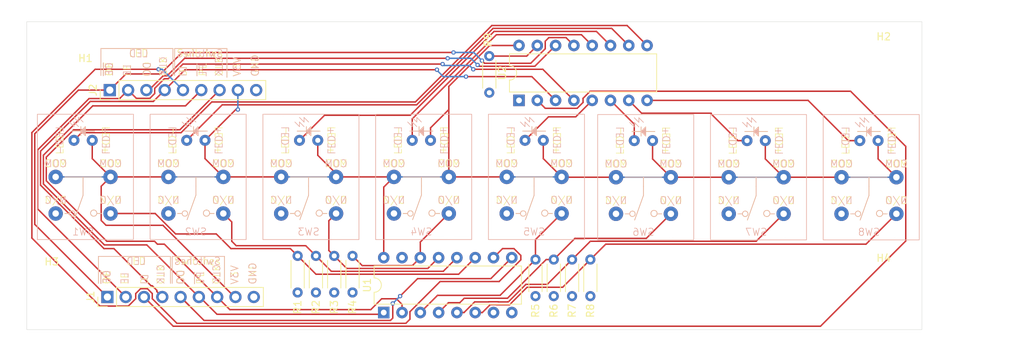
<source format=kicad_pcb>
(kicad_pcb (version 20240108) (generator "pcbnew") (generator_version "8.0")
  (layers (0 "F.Cu" signal) (31 "B.Cu" signal) (34 "B.Paste" user) (35 "F.Paste" user) (36 "B.SilkS" user "B.Silkscreen") (37 "F.SilkS" user "F.Silkscreen") (38 "B.Mask" user) (39 "F.Mask" user) (44 "Edge.Cuts" user))
  (net 0 "")
  (net 1 "/~{PL_{SW}}")
  (net 2 "/~{OE_{LED}}")
  (net 3 "/DO_{SW}")
  (net 4 "/CLK_{LED}")
  (net 5 "/LE_{LED}")
  (net 6 "VCC")
  (net 7 "/DI_{LED}")
  (net 8 "/CLK_{SW}")
  (net 9 "/DO_{LED}")
  (net 10 "/DI_{SW}")
  (net 11 "GND")
  (net 12 "/SW_{1}")
  (net 13 "/SW_{2}")
  (net 14 "/SW_{3}")
  (net 15 "/SW_{4}")
  (net 16 "/SW_{5}")
  (net 17 "/SW_{6}")
  (net 18 "/SW_{7}")
  (net 19 "/SW_{8}")
  (net 20 "Net-(U2-R-EXT)")
  (net 22 "/LED_{1}")
  (net 23 "/LED_{2}")
  (net 26 "/LED_{3}")
  (net 27 "/LED_{4}")
  (net 29 "/LED_{5}")
  (net 31 "/LED_{6}")
  (net 33 "/LED_{7}")
  (net 34 "/LED_{8}")
  (footprint "Package_DIP:DIP-16_W7.62mm" (layer "F.Cu") (at 100.345 86.604 90)
    (property "Reference" "U1")
    (property "Value" "74HC165")
  )
  (footprint "MountingHole:MountingHole_3.2mm_M3" (layer "F.Cu") (at 169.75 83.25)
    (property "Reference" "H4")
    (property "Value" "MountingHole")
  )
  (footprint "Resistor_THT:R_Axial_DIN0204_L3.6mm_D1.6mm_P5.08mm_Horizontal" (layer "F.Cu") (at 93.472 78.74 -90)
    (property "Reference" "R3")
    (property "Value" "47R")
  )
  (footprint "MountingHole:MountingHole_3.2mm_M3" (layer "F.Cu") (at 54.25 83.75)
    (property "Reference" "H3")
    (property "Value" "MountingHole")
  )
  (footprint "Package_DIP:DIP-16_W7.62mm" (layer "F.Cu") (at 119.126 57.15 90)
    (property "Reference" "U2")
    (property "Value" "TLC5916")
  )
  (footprint "Resistor_THT:R_Axial_DIN0204_L3.6mm_D1.6mm_P5.08mm_Horizontal" (layer "F.Cu") (at 88.392 78.74 -90)
    (property "Reference" "R1")
    (property "Value" "47R")
  )
  (footprint "Resistor_THT:R_Axial_DIN0204_L3.6mm_D1.6mm_P5.08mm_Horizontal" (layer "F.Cu") (at 90.932 78.74 -90)
    (property "Reference" "R2")
    (property "Value" "47R")
  )
  (footprint "Connector_PinHeader_2.54mm:PinHeader_1x09_P2.54mm_Vertical" (layer "F.Cu") (at 61.982 84.446 90)
    (property "Reference" "J1")
    (property "Value" "Input")
  )
  (footprint "Resistor_THT:R_Axial_DIN0204_L3.6mm_D1.6mm_P5.08mm_Horizontal" (layer "F.Cu") (at 121.412 79.248 -90)
    (property "Reference" "R5")
    (property "Value" "47R")
  )
  (footprint "MountingHole:MountingHole_3.2mm_M3" (layer "F.Cu") (at 54.25 51)
    (property "Reference" "H1")
    (property "Value" "MountingHole")
  )
  (footprint "Resistor_THT:R_Axial_DIN0204_L3.6mm_D1.6mm_P5.08mm_Horizontal" (layer "F.Cu") (at 126.492 79.248 -90)
    (property "Reference" "R7")
    (property "Value" "47R")
  )
  (footprint "Connector_PinHeader_2.54mm:PinHeader_1x09_P2.54mm_Vertical" (layer "F.Cu") (at 62.316 55.72 90)
    (property "Reference" "J2")
    (property "Value" "Output")
  )
  (footprint "MountingHole:MountingHole_3.2mm_M3" (layer "F.Cu") (at 169.75 52.5)
    (property "Reference" "H2")
    (property "Value" "MountingHole")
  )
  (footprint "Resistor_THT:R_Axial_DIN0204_L3.6mm_D1.6mm_P5.08mm_Horizontal" (layer "F.Cu") (at 129.032 79.248 -90)
    (property "Reference" "R8")
    (property "Value" "47R")
  )
  (footprint "Resistor_THT:R_Axial_DIN0204_L3.6mm_D1.6mm_P5.08mm_Horizontal" (layer "F.Cu") (at 96.012 78.74 -90)
    (property "Reference" "R4")
    (property "Value" "47R")
  )
  (footprint "Resistor_THT:R_Axial_DIN0204_L3.6mm_D1.6mm_P5.08mm_Horizontal" (layer "F.Cu") (at 115 51 -90)
    (property "Reference" "R9")
    (property "Value" "400R")
  )
  (footprint "Resistor_THT:R_Axial_DIN0204_L3.6mm_D1.6mm_P5.08mm_Horizontal" (layer "F.Cu") (at 123.952 79.248 -90)
    (property "Reference" "R6")
    (property "Value" "47R")
  )
  (footprint "Local:PB86" (layer "B.Cu") (at 74.263 67.775 180)
    (property "Reference" "SW2")
    (property "Value" "~")
  )
  (footprint "Local:PB86" (layer "B.Cu") (at 136.398 67.818 180)
    (property "Reference" "SW6")
    (property "Value" "~")
  )
  (footprint "Local:PB86" (layer "B.Cu") (at 105.573 67.775 180)
    (property "Reference" "SW4")
    (property "Value" "~")
  )
  (footprint "Local:PB86" (layer "B.Cu") (at 89.918 67.775 180)
    (property "Reference" "SW3")
    (property "Value" "~")
  )
  (footprint "Local:PB86" (layer "B.Cu") (at 58.608 67.775 180)
    (property "Reference" "SW1")
    (property "Value" "~")
  )
  (footprint "Local:PB86" (layer "B.Cu") (at 152.053 67.818 180)
    (property "Reference" "SW7")
    (property "Value" "~")
  )
  (footprint "Local:PB86" (layer "B.Cu") (at 121.228 67.775 180)
    (property "Reference" "SW5")
    (property "Value" "~")
  )
  (footprint "Local:PB86" (layer "B.Cu") (at 167.708 67.818 180)
    (property "Reference" "SW8")
    (property "Value" "~")
  )
  (gr_line (start 71.322 53.701047) (end 71.322 49.951047) (stroke (width 0.1)) (layer "B.SilkS"))
  (gr_line (start 71.072 49.951047) (end 71.072 53.701047) (stroke (width 0.1)) (layer "B.SilkS"))
  (gr_line (start 70.732 78.804) (end 70.732 82.554) (stroke (width 0.1)) (layer "B.SilkS"))
  (gr_line (start 60.732 82.554) (end 60.732 78.804) (stroke (width 0.1)) (layer "B.SilkS"))
  (gr_line (start 71.322 49.951047) (end 78.572 49.951047) (stroke (width 0.1)) (layer "B.SilkS"))
  (gr_line (start 78.572 49.951047) (end 78.572 53.951047) (stroke (width 0.1)) (layer "B.SilkS"))
  (gr_line (start 78.232 78.804) (end 78.232 82.804) (stroke (width 0.1)) (layer "B.SilkS"))
  (gr_line (start 70.982 82.554) (end 70.982 78.804) (stroke (width 0.1)) (layer "B.SilkS"))
  (gr_line (start 70.982 78.804) (end 78.232 78.804) (stroke (width 0.1)) (layer "B.SilkS"))
  (gr_line (start 61.072 53.701047) (end 61.072 49.951047) (stroke (width 0.1)) (layer "B.SilkS"))
  (gr_line (start 60.732 78.804) (end 70.732 78.804) (stroke (width 0.1)) (layer "B.SilkS"))
  (gr_line (start 61.072 49.951047) (end 71.072 49.951047) (stroke (width 0.1)) (layer "B.SilkS"))
  (gr_line (start 70.982 82.554) (end 70.982 78.804) (stroke (width 0.1)) (layer "F.SilkS"))
  (gr_line (start 78.232 78.804) (end 78.232 82.804) (stroke (width 0.1)) (layer "F.SilkS"))
  (gr_line (start 71.322 49.951047) (end 78.572 49.951047) (stroke (width 0.1)) (layer "F.SilkS"))
  (gr_line (start 71.072 49.951047) (end 71.072 53.701047) (stroke (width 0.1)) (layer "F.SilkS"))
  (gr_line (start 70.732 78.804) (end 70.732 82.554) (stroke (width 0.1)) (layer "F.SilkS"))
  (gr_line (start 60.732 82.554) (end 60.732 78.804) (stroke (width 0.1)) (layer "F.SilkS"))
  (gr_line (start 70.982 78.804) (end 78.232 78.804) (stroke (width 0.1)) (layer "F.SilkS"))
  (gr_line (start 61.072 49.951047) (end 71.072 49.951047) (stroke (width 0.1)) (layer "F.SilkS"))
  (gr_line (start 60.732 78.804) (end 70.732 78.804) (stroke (width 0.1)) (layer "F.SilkS"))
  (gr_line (start 78.572 49.951047) (end 78.572 53.951047) (stroke (width 0.1)) (layer "F.SilkS"))
  (gr_line (start 61.072 53.701047) (end 61.072 49.951047) (stroke (width 0.1)) (layer "F.SilkS"))
  (gr_line (start 71.322 53.701047) (end 71.322 49.951047) (stroke (width 0.1)) (layer "F.SilkS"))
  (gr_rect (start 50.78 46.228) (end 175.067 88.972) (stroke (width 0.05)) (fill none) (layer "Edge.Cuts"))
  (gr_text "DI" (at 67.732 81.970667 90) (layer "B.SilkS") (effects (font (size 1 1) (thickness 0.1)) (justify bottom mirror)))
  (gr_text "GND" (at 82.732 81.184953 90) (layer "B.SilkS") (effects (font (size 1 1) (thickness 0.1)) (justify bottom mirror)))
  (gr_text "V3V" (at 80.572 52.522476 90) (layer "B.SilkS") (effects (font (size 1 1) (thickness 0.1)) (justify bottom mirror)))
  (gr_text "CLK" (at 78.072 52.451047 90) (layer "B.SilkS") (effects (font (size 1 1) (thickness 0.1)) (justify bottom mirror)))
  (gr_text "~{PL}" (at 75.482 81.804 90) (layer "B.SilkS") (effects (font (size 1 1) (thickness 0.1)) (justify bottom mirror)))
  (gr_text "GND" (at 83.072 52.332 90) (layer "B.SilkS") (effects (font (size 1 1) (thickness 0.1)) (justify bottom mirror)))
  (gr_text "~{PL}" (at 75.822 52.951047 90) (layer "B.SilkS") (effects (font (size 1 1) (thickness 0.1)) (justify bottom mirror)))
  (gr_text "LE" (at 65.322 52.998666 90) (layer "B.SilkS") (effects (font (size 1 1) (thickness 0.1)) (justify bottom mirror)))
  (gr_text "~{OE}\n" (at 62.822 52.842119 90) (layer "B.SilkS") (effects (font (size 1 1) (thickness 0.125)) (justify bottom mirror)))
  (gr_text "LED" (at 65.982 80.054 0) (layer "B.SilkS") (effects (font (size 1 1) (thickness 0.1)) (justify bottom mirror)))
  (gr_text "CLK" (at 69.982 81.304 90) (layer "B.SilkS") (effects (font (size 1 1) (thickness 0.1)) (justify bottom mirror)))
  (gr_text "DI" (at 73.072 53.117714 90) (layer "B.SilkS") (effects (font (size 1 1) (thickness 0.1)) (justify bottom mirror)))
  (gr_text "Switches" (at 74.482 80.054 0) (layer "B.SilkS") (effects (font (size 1 1) (thickness 0.1)) (justify bottom mirror)))
  (gr_text "V3V" (at 80.232 81.375429 90) (layer "B.SilkS") (effects (font (size 1 1) (thickness 0.1)) (justify bottom mirror)))
  (gr_text "LE" (at 64.982 81.851619 90) (layer "B.SilkS") (effects (font (size 1 1) (thickness 0.1)) (justify bottom mirror)))
  (gr_text "DO" (at 72.732 81.684953 90) (layer "B.SilkS") (effects (font (size 1 1) (thickness 0.1)) (justify bottom mirror)))
  (gr_text "DO" (at 68.072 52.832 90) (layer "B.SilkS") (effects (font (size 1 1) (thickness 0.1)) (justify bottom mirror)))
  (gr_text "LED" (at 66.322 51.236761 0) (layer "B.SilkS") (effects (font (size 1 1) (thickness 0.1)) (justify bottom mirror)))
  (gr_text "CLK" (at 70.322 52.451047 90) (layer "B.SilkS") (effects (font (size 1 1) (thickness 0.1)) (justify bottom mirror)))
  (gr_text "Switches" (at 74.822 51.236761 0) (layer "B.SilkS") (effects (font (size 1 1) (thickness 0.1)) (justify bottom mirror)))
  (gr_text "~{OE}\n" (at 62.482 81.695072 90) (layer "B.SilkS") (effects (font (size 1 1) (thickness 0.125)) (justify bottom mirror)))
  (gr_text "CLK" (at 77.732 81.304 90) (layer "B.SilkS") (effects (font (size 1 1) (thickness 0.1)) (justify bottom mirror)))
  (gr_text "CLK" (at 77.732 81.304 90) (layer "F.SilkS") (effects (font (size 1 1) (thickness 0.1)) (justify bottom)))
  (gr_text "~{OE}\n" (at 62.822 52.806405 90) (layer "F.SilkS") (effects (font (size 1 1) (thickness 0.125)) (justify bottom)))
  (gr_text "Switches" (at 74.482 80.054 0) (layer "F.SilkS") (effects (font (size 1 1) (thickness 0.1)) (justify bottom)))
  (gr_text "GND" (at 82.732 81.184953 90) (layer "F.SilkS") (effects (font (size 1 1) (thickness 0.1)) (justify bottom)))
  (gr_text "~{PL}" (at 75.482 81.804 90) (layer "F.SilkS") (effects (font (size 1 1) (thickness 0.1)) (justify bottom)))
  (gr_text "DO" (at 72.732 81.684953 90) (layer "F.SilkS") (effects (font (size 1 1) (thickness 0.1)) (justify bottom)))
  (gr_text "~{OE}\n" (at 62.482 81.695072 90) (layer "F.SilkS") (effects (font (size 1 1) (thickness 0.125)) (justify bottom)))
  (gr_text "DI" (at 73.072 53.082 90) (layer "F.SilkS") (effects (font (size 1 1) (thickness 0.1)) (justify bottom)))
  (gr_text "LE" (at 64.982 81.851619 90) (layer "F.SilkS") (effects (font (size 1 1) (thickness 0.1)) (justify bottom)))
  (gr_text "CLK" (at 78.072 52.415333 90) (layer "F.SilkS") (effects (font (size 1 1) (thickness 0.1)) (justify bottom)))
  (gr_text "V3V" (at 80.232 81.375429 90) (layer "F.SilkS") (effects (font (size 1 1) (thickness 0.1)) (justify bottom)))
  (gr_text "LED" (at 66.322 51.201047 0) (layer "F.SilkS") (effects (font (size 1 1) (thickness 0.1)) (justify bottom)))
  (gr_text "LE" (at 65.322 52.962952 90) (layer "F.SilkS") (effects (font (size 1 1) (thickness 0.1)) (justify bottom)))
  (gr_text "~{PL}" (at 75.822 52.915333 90) (layer "F.SilkS") (effects (font (size 1 1) (thickness 0.1)) (justify bottom)))
  (gr_text "CLK" (at 69.982 81.304 90) (layer "F.SilkS") (effects (font (size 1 1) (thickness 0.1)) (justify bottom)))
  (gr_text "GND" (at 83.072 52.296286 90) (layer "F.SilkS") (effects (font (size 1 1) (thickness 0.1)) (justify bottom)))
  (gr_text "DI" (at 67.732 81.970667 90) (layer "F.SilkS") (effects (font (size 1 1) (thickness 0.1)) (justify bottom)))
  (gr_text "V3V" (at 80.572 52.486762 90) (layer "F.SilkS") (effects (font (size 1 1) (thickness 0.1)) (justify bottom)))
  (gr_text "DO" (at 68.072 52.796286 90) (layer "F.SilkS") (effects (font (size 1 1) (thickness 0.1)) (justify bottom)))
  (gr_text "Switches" (at 74.822 51.201047 0) (layer "F.SilkS") (effects (font (size 1 1) (thickness 0.1)) (justify bottom)))
  (gr_text "CLK" (at 70.322 52.415333 90) (layer "F.SilkS") (effects (font (size 1 1) (thickness 0.1)) (justify bottom)))
  (gr_text "LED" (at 65.982 80.054 0) (layer "F.SilkS") (effects (font (size 1 1) (thickness 0.1)) (justify bottom)))
  (segment (start 67.452 77.216) (end 61.563164 77.216) (width 0.2) (layer "F.Cu") (net 1))
  (segment (start 77.196 86.848) (end 74.794 84.446) (width 0.2) (layer "F.Cu") (net 1))
  (segment (start 61.563164 77.216) (end 53.098 68.750836) (width 0.2) (layer "F.Cu") (net 1))
  (segment (start 53.098 68.750836) (end 53.098 64.758) (width 0.2) (layer "F.Cu") (net 1))
  (segment (start 72.824 57.912) (end 75.016 55.72) (width 0.2) (layer "F.Cu") (net 1))
  (segment (start 53.098 64.758) (end 59.944 57.912) (width 0.2) (layer "F.Cu") (net 1))
  (segment (start 100.101 86.848) (end 77.196 86.848) (width 0.2) (layer "F.Cu") (net 1))
  (segment (start 59.944 57.912) (end 72.824 57.912) (width 0.2) (layer "F.Cu") (net 1))
  (segment (start 74.794 84.446) (end 74.682 84.446) (width 0.2) (layer "F.Cu") (net 1))
  (segment (start 74.682 84.446) (end 67.452 77.216) (width 0.2) (layer "F.Cu") (net 1))
  (segment (start 51.898 74.362) (end 61.982 84.446) (width 0.2) (layer "F.Cu") (net 2))
  (segment (start 57.960208 55.72) (end 51.898 61.782208) (width 0.2) (layer "F.Cu") (net 2))
  (segment (start 114.348172 52) (end 113.978086 51.629914) (width 0.2) (layer "F.Cu") (net 2))
  (segment (start 62.316 55.72) (end 57.960208 55.72) (width 0.2) (layer "F.Cu") (net 2))
  (segment (start 62.316 55.72) (end 64.554 53.482) (width 0.2) (layer "F.Cu") (net 2))
  (segment (start 69.357239 53.482) (end 72.341619 50.49762) (width 0.2) (layer "F.Cu") (net 2))
  (segment (start 120.751635 52) (end 114.348172 52) (width 0.2) (layer "F.Cu") (net 2))
  (segment (start 72.341619 50.49762) (end 110.03038 50.49762) (width 0.2) (layer "F.Cu") (net 2))
  (segment (start 126.746 49.53) (end 125.646 48.43) (width 0.2) (layer "F.Cu") (net 2))
  (segment (start 64.554 53.482) (end 69.357239 53.482) (width 0.2) (layer "F.Cu") (net 2))
  (segment (start 51.898 61.782208) (end 51.898 74.362) (width 0.2) (layer "F.Cu") (net 2))
  (segment (start 125.646 48.43) (end 123.274 48.43) (width 0.2) (layer "F.Cu") (net 2))
  (segment (start 122.766 49.985635) (end 120.751635 52) (width 0.2) (layer "F.Cu") (net 2))
  (segment (start 122.766 48.938) (end 122.766 49.985635) (width 0.2) (layer "F.Cu") (net 2))
  (segment (start 123.274 48.43) (end 122.766 48.938) (width 0.2) (layer "F.Cu") (net 2))
  (via (at 110.03038 50.49762) (size 0.6) (drill 0.3) (layers "F.Cu" "B.Cu") (net 2))
  (via (at 113.978086 51.629914) (size 0.6) (drill 0.3) (layers "F.Cu" "B.Cu") (net 2))
  (segment (start 112.845792 50.49762) (end 110.03038 50.49762) (width 0.2) (layer "B.Cu") (net 2))
  (segment (start 113.978086 51.629914) (end 112.845792 50.49762) (width 0.2) (layer "B.Cu") (net 2))
  (segment (start 72.142 84.446) (end 75.4 87.704) (width 0.2) (layer "F.Cu") (net 3))
  (segment (start 105.048 81.896) (end 102.616 84.328) (width 0.2) (layer "F.Cu") (net 3))
  (segment (start 115.213 81.896) (end 105.048 81.896) (width 0.2) (layer "F.Cu") (net 3))
  (segment (start 118.125 78.984) (end 115.213 81.896) (width 0.2) (layer "F.Cu") (net 3))
  (segment (start 101.6 87.376) (end 101.6 85.344) (width 0.2) (layer "F.Cu") (net 3))
  (segment (start 101.272 87.704) (end 101.6 87.376) (width 0.2) (layer "F.Cu") (net 3))
  (segment (start 75.4 87.704) (end 101.272 87.704) (width 0.2) (layer "F.Cu") (net 3))
  (segment (start 72.142 84.446) (end 73.292 85.596) (width 0.2) (layer "F.Cu") (net 3))
  (via (at 102.616 84.328) (size 0.6) (drill 0.3) (layers "F.Cu" "B.Cu") (net 3))
  (via (at 101.6 85.344) (size 0.6) (drill 0.3) (layers "F.Cu" "B.Cu") (net 3))
  (segment (start 101.6 85.344) (end 102.616 84.328) (width 0.2) (layer "B.Cu") (net 3))
  (segment (start 52.698 64.199686) (end 52.698 68.916522) (width 0.2) (layer "F.Cu") (net 4))
  (segment (start 69.936 55.72) (end 72.7609 52.8951) (width 0.2) (layer "F.Cu") (net 4))
  (segment (start 61.505478 77.724) (end 62.88 77.724) (width 0.2) (layer "F.Cu") (net 4))
  (segment (start 72.7609 52.8951) (end 107.72966 52.8951) (width 0.2) (layer "F.Cu") (net 4))
  (segment (start 59.601686 57.296) (end 52.698 64.199686) (width 0.2) (layer "F.Cu") (net 4))
  (segment (start 68.852 83.696) (end 69.602 84.446) (width 0.2) (layer "F.Cu") (net 4))
  (segment (start 68.456 83.130315) (end 68.852 83.526314) (width 0.2) (layer "F.Cu") (net 4))
  (segment (start 68.852 83.526314) (end 68.852 83.696) (width 0.2) (layer "F.Cu") (net 4))
  (segment (start 52.698 68.916522) (end 61.505478 77.724) (width 0.2) (layer "F.Cu") (net 4))
  (segment (start 68.36 57.296) (end 59.601686 57.296) (width 0.2) (layer "F.Cu") (net 4))
  (segment (start 62.88 77.724) (end 68.052 82.896) (width 0.2) (layer "F.Cu") (net 4))
  (segment (start 124.206 57.15) (end 120.904 53.848) (width 0.2) (layer "F.Cu") (net 4))
  (segment (start 120.904 53.848) (end 111.75999 53.848) (width 0.2) (layer "F.Cu") (net 4))
  (segment (start 69.936 55.72) (end 68.36 57.296) (width 0.2) (layer "F.Cu") (net 4))
  (segment (start 68.221686 82.896) (end 68.456 83.130315) (width 0.2) (layer "F.Cu") (net 4))
  (segment (start 68.052 82.896) (end 68.221686 82.896) (width 0.2) (layer "F.Cu") (net 4))
  (via (at 111.75999 53.848) (size 0.6) (drill 0.3) (layers "F.Cu" "B.Cu") (net 4))
  (via (at 107.72966 52.8951) (size 0.6) (drill 0.3) (layers "F.Cu" "B.Cu") (net 4))
  (segment (start 111.75999 53.848) (end 108.61185 53.848) (width 0.2) (layer "B.Cu") (net 4))
  (segment (start 108.61185 53.848) (end 107.72966 52.96581) (width 0.2) (layer "B.Cu") (net 4))
  (segment (start 107.72966 52.96581) (end 107.72966 52.8951) (width 0.2) (layer "B.Cu") (net 4))
  (segment (start 63.68 56.896) (end 59.436 56.896) (width 0.2) (layer "F.Cu") (net 5))
  (segment (start 122.428 52.832) (end 112.776 52.832) (width 0.2) (layer "F.Cu") (net 5))
  (segment (start 68.546 56.196346) (end 67.872346 56.87) (width 0.2) (layer "F.Cu") (net 5))
  (segment (start 69.889654 54.14) (end 68.546 55.483654) (width 0.2) (layer "F.Cu") (net 5))
  (segment (start 126.746 57.15) (end 122.428 52.832) (width 0.2) (layer "F.Cu") (net 5))
  (segment (start 67.872346 56.87) (end 66.006 56.87) (width 0.2) (layer "F.Cu") (net 5))
  (segment (start 52.298 64.034) (end 52.298 72.222) (width 0.2) (layer "F.Cu") (net 5))
  (segment (start 64.856 55.72) (end 63.68 56.896) (width 0.2) (layer "F.Cu") (net 5))
  (segment (start 70.435371 54.14) (end 69.889654 54.14) (width 0.2) (layer "F.Cu") (net 5))
  (segment (start 52.298 72.222) (end 64.522 84.446) (width 0.2) (layer "F.Cu") (net 5))
  (segment (start 59.436 56.896) (end 52.298 64.034) (width 0.2) (layer "F.Cu") (net 5))
  (segment (start 108.516619 52.10814) (end 72.467231 52.10814) (width 0.2) (layer "F.Cu") (net 5))
  (segment (start 72.467231 52.10814) (end 70.435371 54.14) (width 0.2) (layer "F.Cu") (net 5))
  (segment (start 68.546 55.483654) (end 68.546 56.196346) (width 0.2) (layer "F.Cu") (net 5))
  (segment (start 66.006 56.87) (end 64.856 55.72) (width 0.2) (layer "F.Cu") (net 5))
  (via (at 112.776 52.832) (size 0.6) (drill 0.3) (layers "F.Cu" "B.Cu") (net 5))
  (via (at 108.516619 52.10814) (size 0.6) (drill 0.3) (layers "F.Cu" "B.Cu") (net 5))
  (segment (start 108.516619 52.10814) (end 108.712 52.303521) (width 0.2) (layer "B.Cu") (net 5))
  (segment (start 108.712 52.303521) (end 112.247521 52.303521) (width 0.2) (layer "B.Cu") (net 5))
  (segment (start 112.247521 52.303521) (end 112.776 52.832) (width 0.2) (layer "B.Cu") (net 5))
  (segment (start 106.843 60.96) (end 109.383 58.42) (width 0.2) (layer "F.Cu") (net 6))
  (segment (start 75.533 62.695) (end 79.808 58.42) (width 0.2) (layer "F.Cu") (net 6))
  (segment (start 79.808 58.42) (end 80.096 58.42) (width 0.2) (layer "F.Cu") (net 6))
  (segment (start 70.453 67.775) (end 62.418 67.775) (width 0.2) (layer "F.Cu") (net 6))
  (segment (start 75.533 65.235) (end 78.073 67.775) (width 0.2) (layer "F.Cu") (net 6))
  (segment (start 69.688838 74.495001) (end 79.639837 84.446) (width 0.2) (layer "F.Cu") (net 6))
  (segment (start 86.108 67.775) (end 78.073 67.775) (width 0.2) (layer "F.Cu") (net 6))
  (segment (start 168.978 62.738) (end 168.978 65.278) (width 0.2) (layer "F.Cu") (net 6))
  (segment (start 122.498 65.235) (end 125.038 67.775) (width 0.2) (layer "F.Cu") (net 6))
  (segment (start 62.418 67.775) (end 61.118 69.075) (width 0.2) (layer "F.Cu") (net 6))
  (segment (start 168.978 65.278) (end 171.518 67.818) (width 0.2) (layer "F.Cu") (net 6))
  (segment (start 137.668 62.738) (end 137.668 65.278) (width 0.2) (layer "F.Cu") (net 6))
  (segment (start 106.843 62.695) (end 106.843 60.96) (width 0.2) (layer "F.Cu") (net 6))
  (segment (start 109.383 55.202786) (end 115.055786 49.53) (width 0.2) (layer "F.Cu") (net 6))
  (segment (start 75.533 62.695) (end 75.533 65.235) (width 0.2) (layer "F.Cu") (net 6))
  (segment (start 101.763 67.775) (end 100.345 69.193) (width 0.2) (layer "F.Cu") (net 6))
  (segment (start 100.345 76.813) (end 100.345 78.984) (width 0.2) (layer "F.Cu") (net 6))
  (segment (start 132.588 67.818) (end 125.081 67.818) (width 0.2) (layer "F.Cu") (net 6))
  (segment (start 61.118 73.818) (end 61.795 74.495) (width 0.2) (layer "F.Cu") (net 6))
  (segment (start 137.668 65.278) (end 140.208 67.818) (width 0.2) (layer "F.Cu") (net 6))
  (segment (start 91.188 64.772) (end 91.188 62.695) (width 0.2) (layer "F.Cu") (net 6))
  (segment (start 101.763 67.775) (end 93.728 67.775) (width 0.2) (layer "F.Cu") (net 6))
  (segment (start 153.323 65.278) (end 155.863 67.818) (width 0.2) (layer "F.Cu") (net 6))
  (segment (start 122.498 62.695) (end 122.498 65.235) (width 0.2) (layer "F.Cu") (net 6))
  (segment (start 109.383 58.42) (end 109.383 55.202786) (width 0.2) (layer "F.Cu") (net 6))
  (segment (start 61.795 74.495) (end 69.688838 74.495001) (width 0.2) (layer "F.Cu") (net 6))
  (segment (start 61.118 69.075) (end 61.118 73.818) (width 0.2) (layer "F.Cu") (net 6))
  (segment (start 59.878 62.695) (end 59.878 65.235) (width 0.2) (layer "F.Cu") (net 6))
  (segment (start 93.728 67.312) (end 91.188 64.772) (width 0.2) (layer "F.Cu") (net 6))
  (segment (start 148.243 67.818) (end 140.208 67.818) (width 0.2) (layer "F.Cu") (net 6))
  (segment (start 163.898 67.818) (end 155.863 67.818) (width 0.2) (layer "F.Cu") (net 6))
  (segment (start 109.383 67.775) (end 109.383 58.42) (width 0.2) (layer "F.Cu") (net 6))
  (segment (start 115.055786 49.53) (end 119.126 49.53) (width 0.2) (layer "F.Cu") (net 6))
  (segment (start 153.323 62.738) (end 153.323 65.278) (width 0.2) (layer "F.Cu") (net 6))
  (segment (start 117.418 67.775) (end 109.383 67.775) (width 0.2) (layer "F.Cu") (net 6))
  (segment (start 100.345 69.193) (end 100.345 76.813) (width 0.2) (layer "F.Cu") (net 6))
  (segment (start 79.639837 84.446) (end 79.762 84.446) (width 0.2) (layer "F.Cu") (net 6))
  (segment (start 59.878 65.235) (end 62.418 67.775) (width 0.2) (layer "F.Cu") (net 6))
  (via (at 80.096 58.42) (size 0.6) (drill 0.3) (layers "F.Cu" "B.Cu") (net 6))
  (segment (start 148.243 67.818) (end 155.863 67.818) (width 0.2) (layer "B.Cu") (net 6))
  (segment (start 163.898 67.818) (end 171.518 67.818) (width 0.2) (layer "B.Cu") (net 6))
  (segment (start 101.763 67.775) (end 109.383 67.775) (width 0.2) (layer "B.Cu") (net 6))
  (segment (start 86.108 67.775) (end 93.728 67.775) (width 0.2) (layer "B.Cu") (net 6))
  (segment (start 117.418 67.775) (end 125.038 67.775) (width 0.2) (layer "B.Cu") (net 6))
  (segment (start 70.453 67.775) (end 78.073 67.775) (width 0.2) (layer "B.Cu") (net 6))
  (segment (start 132.588 67.818) (end 140.208 67.818) (width 0.2) (layer "B.Cu") (net 6))
  (segment (start 54.798 67.775) (end 62.418 67.775) (width 0.2) (layer "B.Cu") (net 6))
  (segment (start 80.096 55.72) (end 80.096 58.42) (width 0.2) (layer "B.Cu") (net 6))
  (segment (start 127.201635 58.25) (end 128.016 57.435635) (width 0.2) (layer "F.Cu") (net 7))
  (segment (start 128.016 57.435635) (end 128.016 56.864365) (width 0.2) (layer "F.Cu") (net 7))
  (segment (start 71.12 88.504) (end 67.062 84.446) (width 0.2) (layer "F.Cu") (net 7))
  (segment (start 160.981686 88.504) (end 71.12 88.504) (width 0.2) (layer "F.Cu") (net 7))
  (segment (start 128.016 56.864365) (end 129.000365 55.88) (width 0.2) (layer "F.Cu") (net 7))
  (segment (start 121.666 57.15) (end 122.766 58.25) (width 0.2) (layer "F.Cu") (net 7))
  (segment (start 172.818 63.540314) (end 172.818 76.667686) (width 0.2) (layer "F.Cu") (net 7))
  (segment (start 122.766 58.25) (end 127.201635 58.25) (width 0.2) (layer "F.Cu") (net 7))
  (segment (start 165.157686 55.88) (end 172.818 63.540314) (width 0.2) (layer "F.Cu") (net 7))
  (segment (start 129.000365 55.88) (end 165.157686 55.88) (width 0.2) (layer "F.Cu") (net 7))
  (segment (start 172.818 76.667686) (end 160.981686 88.504) (width 0.2) (layer "F.Cu") (net 7))
  (segment (start 77.222 84.446) (end 78.973974 86.197974) (width 0.2) (layer "F.Cu") (net 8))
  (segment (start 57.29379 61.233) (end 53.498 65.02879) (width 0.2) (layer "F.Cu") (net 8))
  (segment (start 98.551026 86.197974) (end 100.055 84.694) (width 0.2) (layer "F.Cu") (net 8))
  (segment (start 102.885 85.47263) (end 102.885 86.604) (width 0.2) (layer "F.Cu") (net 8))
  (segment (start 78.973974 86.197974) (end 98.551026 86.197974) (width 0.2) (layer "F.Cu") (net 8))
  (segment (start 68.522314 76.708) (end 68.922314 77.108) (width 0.2) (layer "F.Cu") (net 8))
  (segment (start 68.922314 77.108) (end 69.884 77.108) (width 0.2) (layer "F.Cu") (net 8))
  (segment (start 72.043 61.233) (end 57.29379 61.233) (width 0.2) (layer "F.Cu") (net 8))
  (segment (start 102.10637 84.694) (end 102.885 85.47263) (width 0.2) (layer "F.Cu") (net 8))
  (segment (start 77.556 55.72) (end 72.043 61.233) (width 0.2) (layer "F.Cu") (net 8))
  (segment (start 53.498 65.02879) (end 53.498 68.313478) (width 0.2) (layer "F.Cu") (net 8))
  (segment (start 100.055 84.694) (end 102.10637 84.694) (width 0.2) (layer "F.Cu") (net 8))
  (segment (start 53.498 68.313478) (end 61.892522 76.708) (width 0.2) (layer "F.Cu") (net 8))
  (segment (start 61.892522 76.708) (end 68.522314 76.708) (width 0.2) (layer "F.Cu") (net 8))
  (segment (start 69.884 77.108) (end 77.222 84.446) (width 0.2) (layer "F.Cu") (net 8))
  (segment (start 109.219996 51.307996) (end 109.220003 51.308003) (width 0.2) (layer "F.Cu") (net 9))
  (segment (start 69.723968 53.74) (end 70.269686 53.74) (width 0.2) (layer "F.Cu") (net 9))
  (segment (start 121.318957 52.417043) (end 113.563129 52.417043) (width 0.2) (layer "F.Cu") (net 9))
  (segment (start 113.563129 52.417043) (end 113.377043 52.230957) (width 0.2) (layer "F.Cu") (net 9))
  (segment (start 70.504 53.505685) (end 72.70169 51.307996) (width 0.2) (layer "F.Cu") (net 9))
  (segment (start 70.269686 53.74) (end 70.504 53.505685) (width 0.2) (layer "F.Cu") (net 9))
  (segment (start 72.70169 51.307996) (end 109.219996 51.307996) (width 0.2) (layer "F.Cu") (net 9))
  (segment (start 124.206 49.53) (end 121.318957 52.417043) (width 0.2) (layer "F.Cu") (net 9))
  (segment (start 67.743968 55.72) (end 69.723968 53.74) (width 0.2) (layer "F.Cu") (net 9))
  (via (at 113.377043 52.230957) (size 0.6) (drill 0.3) (layers "F.Cu" "B.Cu") (net 9))
  (via (at 109.220003 51.308003) (size 0.6) (drill 0.3) (layers "F.Cu" "B.Cu") (net 9))
  (segment (start 109.220003 51.308003) (end 112.454089 51.308003) (width 0.2) (layer "B.Cu") (net 9))
  (segment (start 112.454089 51.308003) (end 113.377043 52.230957) (width 0.2) (layer "B.Cu") (net 9))
  (segment (start 65.912 83.969654) (end 66.585654 83.296) (width 0.2) (layer "F.Cu") (net 10))
  (segment (start 60.941173 85.705173) (end 64.889173 85.705173) (width 0.2) (layer "F.Cu") (net 10))
  (segment (start 65.912 84.682346) (end 65.912 83.969654) (width 0.2) (layer "F.Cu") (net 10))
  (segment (start 51.498 76.262) (end 60.941173 85.705173) (width 0.2) (layer "F.Cu") (net 10))
  (segment (start 66.585654 83.296) (end 67.538346 83.296) (width 0.2) (layer "F.Cu") (net 10))
  (segment (start 119.38 78.683365) (end 118.420635 77.724) (width 0.2) (layer "F.Cu") (net 10))
  (segment (start 67.538346 83.296) (end 68.212 83.969654) (width 0.2) (layer "F.Cu") (net 10))
  (segment (start 69.088 52.832) (end 60.282522 52.832) (width 0.2) (layer "F.Cu") (net 10))
  (segment (start 116.368635 82.296) (end 119.38 79.284635) (width 0.2) (layer "F.Cu") (net 10))
  (segment (start 64.889173 85.705173) (end 65.912 84.682346) (width 0.2) (layer "F.Cu") (net 10))
  (segment (start 71.633654 88.104) (end 103.412 88.104) (width 0.2) (layer "F.Cu") (net 10))
  (segment (start 68.212 84.682346) (end 71.633654 88.104) (width 0.2) (layer "F.Cu") (net 10))
  (segment (start 116.845 77.724) (end 115.585 78.984) (width 0.2) (layer "F.Cu") (net 10))
  (segment (start 103.412 88.104) (end 103.985 87.531) (width 0.2) (layer "F.Cu") (net 10))
  (segment (start 108.177365 82.296) (end 116.368635 82.296) (width 0.2) (layer "F.Cu") (net 10))
  (segment (start 119.38 79.284635) (end 119.38 78.683365) (width 0.2) (layer "F.Cu") (net 10))
  (segment (start 68.212 83.969654) (end 68.212 84.682346) (width 0.2) (layer "F.Cu") (net 10))
  (segment (start 103.985 87.531) (end 103.985 86.488365) (width 0.2) (layer "F.Cu") (net 10))
  (segment (start 103.985 86.488365) (end 108.177365 82.296) (width 0.2) (layer "F.Cu") (net 10))
  (segment (start 51.498 61.616522) (end 51.498 76.262) (width 0.2) (layer "F.Cu") (net 10))
  (segment (start 60.282522 52.832) (end 51.498 61.616522) (width 0.2) (layer "F.Cu") (net 10))
  (segment (start 118.420635 77.724) (end 116.845 77.724) (width 0.2) (layer "F.Cu") (net 10))
  (via (at 69.088 52.832) (size 0.6) (drill 0.3) (layers "F.Cu" "B.Cu") (net 10))
  (segment (start 72.476 55.72) (end 69.588 52.832) (width 0.2) (layer "B.Cu") (net 10))
  (segment (start 69.588 52.832) (end 69.088 52.832) (width 0.2) (layer "B.Cu") (net 10))
  (segment (start 79.129208 77.724) (end 87.376 77.724) (width 0.2) (layer "F.Cu") (net 12))
  (segment (start 71.451523 75.692) (end 77.097208 75.692) (width 0.2) (layer "F.Cu") (net 12))
  (segment (start 113.045 78.984) (end 110.745 81.284) (width 0.2) (layer "F.Cu") (net 12))
  (segment (start 87.376 77.724) (end 88.392 78.74) (width 0.2) (layer "F.Cu") (net 12))
  (segment (start 68.614523 72.855) (end 71.451523 75.692) (width 0.2) (layer "F.Cu") (net 12))
  (segment (start 62.418 72.855) (end 68.614523 72.855) (width 0.2) (layer "F.Cu") (net 12))
  (segment (start 110.745 81.284) (end 90.936 81.284) (width 0.2) (layer "F.Cu") (net 12))
  (segment (start 90.936 81.284) (end 88.392 78.74) (width 0.2) (layer "F.Cu") (net 12))
  (segment (start 77.097208 75.692) (end 79.129208 77.724) (width 0.2) (layer "F.Cu") (net 12))
  (segment (start 89.516 77.324) (end 90.932 78.74) (width 0.2) (layer "F.Cu") (net 13))
  (segment (start 108.605 80.884) (end 93.076 80.884) (width 0.2) (layer "F.Cu") (net 13))
  (segment (start 110.505 78.984) (end 108.605 80.884) (width 0.2) (layer "F.Cu") (net 13))
  (segment (start 79.248 76.708) (end 79.864 77.324) (width 0.2) (layer "F.Cu") (net 13))
  (segment (start 78.073 72.855) (end 79.248 74.03) (width 0.2) (layer "F.Cu") (net 13))
  (segment (start 93.076 80.884) (end 90.932 78.74) (width 0.2) (layer "F.Cu") (net 13))
  (segment (start 79.248 74.03) (end 79.248 76.708) (width 0.2) (layer "F.Cu") (net 13))
  (segment (start 79.864 77.324) (end 89.516 77.324) (width 0.2) (layer "F.Cu") (net 13))
  (segment (start 95.216 80.484) (end 93.472 78.74) (width 0.2) (layer "F.Cu") (net 14))
  (segment (start 106.465 80.484) (end 95.216 80.484) (width 0.2) (layer "F.Cu") (net 14))
  (segment (start 92.728 77.996) (end 93.472 78.74) (width 0.2) (layer "F.Cu") (net 14))
  (segment (start 107.965 78.984) (end 106.465 80.484) (width 0.2) (layer "F.Cu") (net 14))
  (segment (start 92.728 73.855) (end 92.728 77.996) (width 0.2) (layer "F.Cu") (net 14))
  (segment (start 93.728 72.855) (end 92.728 73.855) (width 0.2) (layer "F.Cu") (net 14))
  (segment (start 105.425 78.984) (end 104.325 80.084) (width 0.2) (layer "F.Cu") (net 15))
  (segment (start 97.356 80.084) (end 96.012 78.74) (width 0.2) (layer "F.Cu") (net 15))
  (segment (start 104.325 80.084) (end 97.356 80.084) (width 0.2) (layer "F.Cu") (net 15))
  (segment (start 109.383 72.855) (end 105.425 76.813) (width 0.2) (layer "F.Cu") (net 15))
  (segment (start 105.425 76.813) (end 105.425 78.984) (width 0.2) (layer "F.Cu") (net 15))
  (segment (start 107.809 84.22) (end 105.425 86.604) (width 0.2) (layer "F.Cu") (net 16))
  (segment (start 119.625 81.092686) (end 116.497686 84.22) (width 0.2) (layer "F.Cu") (net 16))
  (segment (start 116.497686 84.22) (end 107.809 84.22) (width 0.2) (layer "F.Cu") (net 16))
  (segment (start 119.625 81.035) (end 119.625 81.092686) (width 0.2) (layer "F.Cu") (net 16))
  (segment (start 125.038 72.855) (end 121.412 76.481) (width 0.2) (layer "F.Cu") (net 16))
  (segment (start 121.412 79.248) (end 119.625 81.035) (width 0.2) (layer "F.Cu") (net 16))
  (segment (start 121.412 76.481) (end 121.412 79.248) (width 0.2) (layer "F.Cu") (net 16))
  (segment (start 123.952 79.248) (end 122.893836 79.248) (width 0.2) (layer "F.Cu") (net 17))
  (segment (start 110.909685 85.236) (end 109.333 85.236) (width 0.2) (layer "F.Cu") (net 17))
  (segment (start 117.521836 84.62) (end 111.525685 84.62) (width 0.2) (layer "F.Cu") (net 17))
  (segment (start 123.952 79.248) (end 126.892 76.308) (width 0.2) (layer "F.Cu") (net 17))
  (segment (start 111.525685 84.62) (end 110.909685 85.236) (width 0.2) (layer "F.Cu") (net 17))
  (segment (start 109.333 85.236) (end 107.965 86.604) (width 0.2) (layer "F.Cu") (net 17))
  (segment (start 122.893836 79.248) (end 117.521836 84.62) (width 0.2) (layer "F.Cu") (net 17))
  (segment (start 126.892 76.308) (end 136.798 76.308) (width 0.2) (layer "F.Cu") (net 17))
  (segment (start 136.798 76.308) (end 140.208 72.898) (width 0.2) (layer "F.Cu") (net 17))
  (segment (start 152.053 76.708) (end 129.032 76.708) (width 0.2) (layer "F.Cu") (net 18))
  (segment (start 117.579522 85.128) (end 116.23032 85.128) (width 0.2) (layer "F.Cu") (net 18))
  (segment (start 117.671733 85.104004) (end 117.603518 85.104004) (width 0.2) (layer "F.Cu") (net 18))
  (segment (start 120.079737 82.696) (end 117.671733 85.104004) (width 0.2) (layer "F.Cu") (net 18))
  (segment (start 129.032 76.708) (end 126.492 79.248) (width 0.2) (layer "F.Cu") (net 18))
  (segment (start 117.603518 85.104004) (end 117.579522 85.128) (width 0.2) (layer "F.Cu") (net 18))
  (segment (start 126.492 79.248) (end 123.044 82.696) (width 0.2) (layer "F.Cu") (net 18))
  (segment (start 123.044 82.696) (end 120.079737 82.696) (width 0.2) (layer "F.Cu") (net 18))
  (segment (start 116.23032 85.128) (end 116.206321 85.104) (width 0.2) (layer "F.Cu") (net 18))
  (segment (start 155.863 72.898) (end 152.053 76.708) (width 0.2) (layer "F.Cu") (net 18))
  (segment (start 114.939679 85.128) (end 112.965358 85.128) (width 0.2) (layer "F.Cu") (net 18))
  (segment (start 112.965358 85.128) (end 111.489358 86.604) (width 0.2) (layer "F.Cu") (net 18))
  (segment (start 116.206321 85.104) (end 114.963679 85.104) (width 0.2) (layer "F.Cu") (net 18))
  (segment (start 111.489358 86.604) (end 110.505 86.604) (width 0.2) (layer "F.Cu") (net 18))
  (segment (start 114.963679 85.104) (end 114.939679 85.128) (width 0.2) (layer "F.Cu") (net 18))
  (segment (start 116.064639 85.528004) (end 116.395998 85.528004) (width 0.2) (layer "F.Cu") (net 19))
  (segment (start 115.129365 85.504) (end 116.040635 85.504) (width 0.2) (layer "F.Cu") (net 19))
  (segment (start 116.395998 85.528004) (end 116.396002 85.528) (width 0.2) (layer "F.Cu") (net 19))
  (segment (start 117.813424 85.528) (end 120.245423 83.096) (width 0.2) (layer "F.Cu") (net 19))
  (segment (start 167.308 77.108) (end 131.172 77.108) (width 0.2) (layer "F.Cu") (net 19))
  (segment (start 125.184 83.096) (end 120.245423 83.096) (width 0.2) (layer "F.Cu") (net 19))
  (segment (start 129.032 79.248) (end 125.184 83.096) (width 0.2) (layer "F.Cu") (net 19))
  (segment (start 113.045 86.604) (end 114.029365 86.604) (width 0.2) (layer "F.Cu") (net 19))
  (segment (start 116.040635 85.504) (end 116.064639 85.528004) (width 0.2) (layer "F.Cu") (net 19))
  (segment (start 114.029365 86.604) (end 115.129365 85.504) (width 0.2) (layer "F.Cu") (net 19))
  (segment (start 116.396002 85.528) (end 117.813424 85.528) (width 0.2) (layer "F.Cu") (net 19))
  (segment (start 131.172 77.108) (end 129.032 79.248) (width 0.2) (layer "F.Cu") (net 19))
  (segment (start 171.518 72.898) (end 167.308 77.108) (width 0.2) (layer "F.Cu") (net 19))
  (segment (start 115 51) (end 120.196 51) (width 0.2) (layer "F.Cu") (net 20))
  (segment (start 120.196 51) (end 121.666 49.53) (width 0.2) (layer "F.Cu") (net 20))
  (segment (start 57.338 62.695) (end 58.4 61.633) (width 0.2) (layer "F.Cu") (net 22))
  (segment (start 76.471686 57.37) (end 104.739686 57.37) (width 0.2) (layer "F.Cu") (net 22))
  (segment (start 115.353686 46.756) (end 134.132 46.756) (width 0.2) (layer "F.Cu") (net 22))
  (segment (start 134.132 46.756) (end 136.906 49.53) (width 0.2) (layer "F.Cu") (net 22))
  (segment (start 104.739686 57.37) (end 115.353686 46.756) (width 0.2) (layer "F.Cu") (net 22))
  (segment (start 72.208686 61.633) (end 76.471686 57.37) (width 0.2) (layer "F.Cu") (net 22))
  (segment (start 58.4 61.633) (end 72.208686 61.633) (width 0.2) (layer "F.Cu") (net 22))
  (segment (start 72.993 62.695) (end 77.918 57.77) (width 0.2) (layer "F.Cu") (net 23))
  (segment (start 131.992 47.156) (end 134.366 49.53) (width 0.2) (layer "F.Cu") (net 23))
  (segment (start 77.918 57.77) (end 104.905372 57.77) (width 0.2) (layer "F.Cu") (net 23))
  (segment (start 115.519372 47.156) (end 131.992 47.156) (width 0.2) (layer "F.Cu") (net 23))
  (segment (start 104.905372 57.77) (end 115.519372 47.156) (width 0.2) (layer "F.Cu") (net 23))
  (segment (start 104.021058 59.22) (end 115.666693 47.574365) (width 0.2) (layer "F.Cu") (net 26))
  (segment (start 115.666693 47.574365) (end 129.870365 47.574365) (width 0.2) (layer "F.Cu") (net 26))
  (segment (start 129.870365 47.574365) (end 131.826 49.53) (width 0.2) (layer "F.Cu") (net 26))
  (segment (start 88.648 62.695) (end 92.123 59.22) (width 0.2) (layer "F.Cu") (net 26))
  (segment (start 92.123 59.22) (end 104.021058 59.22) (width 0.2) (layer "F.Cu") (net 26))
  (segment (start 104.303 62.695) (end 104.303 59.7171) (width 0.2) (layer "F.Cu") (net 27))
  (segment (start 104.303 59.7171) (end 115.9901 48.03) (width 0.2) (layer "F.Cu") (net 27))
  (segment (start 115.9901 48.03) (end 127.786 48.03) (width 0.2) (layer "F.Cu") (net 27))
  (segment (start 127.786 48.03) (end 129.286 49.53) (width 0.2) (layer "F.Cu") (net 27))
  (segment (start 123.217 59.436) (end 127 59.436) (width 0.2) (layer "F.Cu") (net 29))
  (segment (start 127 59.436) (end 129.286 57.15) (width 0.2) (layer "F.Cu") (net 29))
  (segment (start 119.958 62.695) (end 123.217 59.436) (width 0.2) (layer "F.Cu") (net 29))
  (segment (start 135.128 62.738) (end 135.128 60.452) (width 0.2) (layer "F.Cu") (net 31))
  (segment (start 135.128 60.452) (end 131.826 57.15) (width 0.2) (layer "F.Cu") (net 31))
  (segment (start 150.783 62.738) (end 149.510208 62.738) (width 0.2) (layer "F.Cu") (net 33))
  (segment (start 145.796 59.023792) (end 145.796 58.928) (width 0.2) (layer "F.Cu") (net 33))
  (segment (start 136.144 58.928) (end 145.796 58.928) (width 0.2) (layer "F.Cu") (net 33))
  (segment (start 134.366 57.15) (end 136.144 58.928) (width 0.2) (layer "F.Cu") (net 33))
  (segment (start 149.510208 62.738) (end 145.796 59.023792) (width 0.2) (layer "F.Cu") (net 33))
  (segment (start 136.906 57.15) (end 159.258 57.15) (width 0.2) (layer "F.Cu") (net 34))
  (segment (start 164.846 62.738) (end 159.258 57.15) (width 0.2) (layer "F.Cu") (net 34))
  (segment (start 166.438 62.738) (end 164.846 62.738) (width 0.2) (layer "F.Cu") (net 34))
)
</source>
